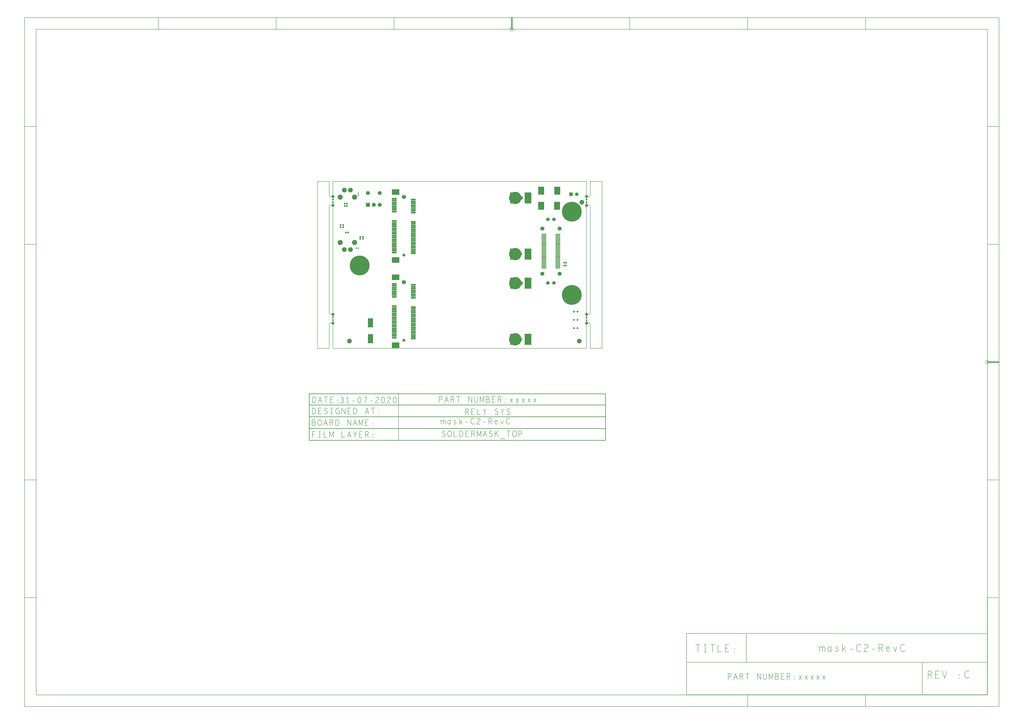
<source format=gbr>
G04 ================== begin FILE IDENTIFICATION RECORD ==================*
G04 Layout Name:  E:/Mask Board/WORK/16-05-22/mask-C2-RevC.brd*
G04 Film Name:    mask-C2-RevC_SMT.gbr*
G04 File Format:  Gerber RS274X*
G04 File Origin:  Cadence Allegro 16.6-P004*
G04 Origin Date:  Mon May 16 22:50:50 2022*
G04 *
G04 Layer:  PIN/SOLDERMASK_TOP*
G04 Layer:  PACKAGE GEOMETRY/SOLDERMASK_TOP*
G04 Layer:  DRAWING FORMAT/OUTLINE_DATA*
G04 Layer:  BOARD GEOMETRY/OUTLINE*
G04 Layer:  BOARD GEOMETRY/SOLDERMASK_TOP*
G04 *
G04 Offset:    (0.00 0.00)*
G04 Mirror:    No*
G04 Mode:      Positive*
G04 Rotation:  0*
G04 FullContactRelief:  No*
G04 UndefLineWidth:     6.00*
G04 ================== end FILE IDENTIFICATION RECORD ====================*
%FSLAX55Y55*MOIN*%
%IR0*IPPOS*OFA0.00000B0.00000*MIA0B0*SFA1.00000B1.00000*%
%ADD11C,.03*%
%ADD10C,.05*%
%ADD25C,.051*%
%ADD23R,.131X.096*%
%ADD32C,.0602*%
%ADD26C,.071*%
%ADD12C,.08*%
%ADD19R,.02X.02*%
%ADD34R,.031X.031*%
%ADD22C,.067*%
%ADD29C,.0681*%
%ADD13C,.087*%
%ADD21R,.067X.067*%
%ADD17R,.0295X.0295*%
%ADD35C,.05937*%
%ADD15C,.07874*%
%ADD33R,.05937X.05937*%
%ADD20R,.0878X.15669*%
%ADD14R,.029X.027*%
%ADD18R,.027X.029*%
%ADD24R,.084X.028*%
%ADD31R,.10441X.13591*%
%ADD16C,.3346*%
%ADD28C,.2087*%
%ADD27R,.11811X.18898*%
%ADD30R,.07992X.01693*%
%ADD36C,.01*%
%ADD37C,.01969*%
%ADD38C,.005*%
%ADD39C,.006*%
%ADD40C,.00787*%
G75*
%LPD*%
G75*
G54D10*
X0Y42472D03*
Y57472D03*
Y242472D03*
Y257472D03*
X430315Y42472D03*
Y57472D03*
Y242472D03*
Y257472D03*
G54D20*
X63600Y16114D03*
Y42886D03*
G54D11*
X0Y47472D03*
Y52472D03*
Y252472D03*
Y247472D03*
X430315Y47472D03*
Y52472D03*
Y252472D03*
Y247472D03*
G54D30*
X358089Y142047D03*
Y140079D03*
Y138110D03*
Y136142D03*
Y157795D03*
Y155827D03*
Y153858D03*
Y151890D03*
Y149921D03*
Y147953D03*
Y145984D03*
Y144016D03*
Y173543D03*
Y171575D03*
Y169606D03*
Y167638D03*
Y165669D03*
Y163701D03*
Y161732D03*
Y159764D03*
Y189291D03*
Y187323D03*
Y185354D03*
Y183386D03*
Y181417D03*
Y179449D03*
Y177480D03*
Y175512D03*
Y193228D03*
Y191260D03*
X381711Y136142D03*
Y138110D03*
Y140079D03*
Y142047D03*
Y144016D03*
Y145984D03*
Y147953D03*
Y149921D03*
Y151890D03*
Y153858D03*
Y155827D03*
Y157795D03*
Y159764D03*
Y161732D03*
Y163701D03*
Y165669D03*
Y167638D03*
Y169606D03*
Y171575D03*
Y173543D03*
Y175512D03*
Y177480D03*
Y179449D03*
Y181417D03*
Y183386D03*
Y185354D03*
Y187323D03*
Y189291D03*
Y191260D03*
Y193228D03*
G54D21*
X59311Y243340D03*
G54D12*
X19290Y167237D03*
Y268419D03*
X29650Y167237D03*
Y268419D03*
G54D40*
G01X-523241Y-423689D02*
X-503556D01*
G01X-523241Y-223689D02*
X-503556D01*
G01X-523241Y176311D02*
X-503556D01*
G01X-523241Y376311D02*
X-503556D01*
G01Y-588650D02*
Y541271D01*
G01Y-588650D02*
X1110617D01*
G01X-503556Y541271D02*
X1110617D01*
G01X-296469Y560956D02*
Y541271D01*
G01X-96469Y560956D02*
Y541271D01*
G01X103531Y560956D02*
Y541271D01*
G01X306521D02*
G03X300541I-2990J0D01*
G01D02*
G03X306521I2990J0D01*
G01X503531Y560956D02*
Y541271D01*
G01X703531Y-608335D02*
Y-588650D01*
G01Y560956D02*
Y541271D01*
G01X903531Y-608335D02*
Y-588650D01*
G01Y560956D02*
Y541271D01*
G01X1110617Y-588650D02*
Y541271D01*
G01X1130302Y-423689D02*
X1110617D01*
G01X1130302Y-223689D02*
X1110617D01*
G01X1113607Y-23689D02*
G03X1107627I-2990J0D01*
G01D02*
G03X1113607I2990J0D01*
G01X1130302Y176311D02*
X1110617D01*
G01X1130302Y376311D02*
X1110617D01*
G54D31*
X353207Y241830D03*
X353347Y267390D03*
X380373Y241830D03*
X380513Y267390D03*
G54D13*
X12400Y179368D03*
Y256288D03*
X36540Y179368D03*
Y256288D03*
G54D22*
X59311Y263340D03*
X79311Y243340D03*
X69311D03*
X79311Y263340D03*
G54D14*
X13000Y205500D03*
X17200D03*
X13000Y208900D03*
X17200D03*
X46400Y185700D03*
Y189100D03*
X51000Y185700D03*
Y189100D03*
G54D32*
X364782Y110551D03*
Y218819D03*
X375018Y110551D03*
Y218819D03*
G54D23*
X106394Y4961D03*
Y120315D03*
Y149629D03*
Y264983D03*
G54D24*
X104031Y17750D03*
Y20900D03*
Y24050D03*
Y27200D03*
Y30350D03*
Y33500D03*
Y36650D03*
Y39800D03*
Y42950D03*
Y46100D03*
Y49250D03*
Y52400D03*
Y55550D03*
Y58700D03*
Y61850D03*
Y65000D03*
Y68150D03*
Y71300D03*
Y87045D03*
Y90195D03*
Y93345D03*
Y96495D03*
Y99645D03*
Y102795D03*
Y105945D03*
Y109095D03*
Y162418D03*
Y165568D03*
Y168718D03*
Y171868D03*
Y175018D03*
Y178168D03*
Y181318D03*
Y184468D03*
Y187618D03*
Y190768D03*
Y193918D03*
Y197068D03*
Y200218D03*
Y203368D03*
Y206518D03*
Y209668D03*
Y212818D03*
Y215968D03*
Y231713D03*
Y234863D03*
Y238013D03*
Y241163D03*
Y244313D03*
Y247463D03*
Y250613D03*
Y253763D03*
X136315Y16175D03*
Y19325D03*
Y22475D03*
Y25625D03*
Y28775D03*
Y31925D03*
Y35075D03*
Y38225D03*
Y41375D03*
Y44525D03*
Y47675D03*
Y50825D03*
Y53975D03*
Y57125D03*
Y60275D03*
Y63425D03*
Y66575D03*
Y69725D03*
Y85470D03*
Y88620D03*
Y91770D03*
Y94920D03*
Y98070D03*
Y101220D03*
Y104370D03*
Y107520D03*
Y160843D03*
Y163993D03*
Y167143D03*
Y170293D03*
Y173443D03*
Y176593D03*
Y179743D03*
Y182893D03*
Y186043D03*
Y189193D03*
Y192343D03*
Y195493D03*
Y198643D03*
Y201793D03*
Y204943D03*
Y208093D03*
Y211243D03*
Y214393D03*
Y230138D03*
Y233288D03*
Y236438D03*
Y239588D03*
Y242738D03*
Y245888D03*
Y249038D03*
Y252188D03*
G54D33*
X403930Y261276D03*
G54D15*
X28000Y12150D03*
X418000D03*
X422290Y247680D03*
G54D16*
X45320Y140450D03*
X405319Y90300D03*
Y231535D03*
G54D34*
X409047Y34000D03*
X414953D03*
X409047Y62000D03*
X414953D03*
X409047Y48000D03*
X414953D03*
G54D25*
X120173Y13419D03*
Y158087D03*
X318598Y14994D03*
Y159662D03*
G54D35*
X413772Y261276D03*
G54D17*
X25670Y196500D03*
X22130D03*
G54D26*
X120173Y111851D03*
Y256519D03*
X318598Y110276D03*
Y254944D03*
G54D36*
G01X-40415Y-77276D02*
Y-156476D01*
G01D02*
X387485D01*
G01X-40415Y-136476D02*
X462185D01*
G01X-40415Y-116476D02*
X462185D01*
G01X-40415Y-96476D02*
X462185D01*
G01Y-77276D02*
X-40415D01*
G01X387485Y-156476D02*
X462185D01*
G01D02*
Y-77276D01*
G54D27*
X306197Y14994D03*
Y110269D03*
Y159662D03*
Y254937D03*
X331000Y14994D03*
Y110269D03*
Y159662D03*
Y254937D03*
G54D18*
X23500Y245427D03*
X20100D03*
X23500Y241427D03*
X20100D03*
X395700Y140500D03*
X392300D03*
X395700Y145000D03*
X392300D03*
G54D37*
G01X303531Y560956D02*
Y541271D01*
G01X1130302Y-23689D02*
X1110617D01*
G54D28*
X309346Y15000D03*
Y110275D03*
Y159668D03*
Y254943D03*
G54D19*
X43079Y169764D03*
X39579D03*
X43120Y263030D03*
Y259530D03*
G54D38*
G01X-6200Y-275D02*
X-26200D01*
Y283133D01*
X-6200D01*
G01Y39972D02*
Y-275D01*
G01X0Y39972D02*
Y29972D01*
G01X-6200Y39972D02*
G02X0I3100J0D01*
G01Y59972D02*
G02X-6200I-3100J0D01*
G01X0D02*
Y69972D01*
G01X-6200Y59972D02*
Y229972D01*
G01X0Y239972D02*
Y229972D01*
G01X-6200Y239972D02*
Y229972D01*
G01Y239972D02*
G02X0I3100J0D01*
G01Y259972D02*
G02X-6200I-3100J0D01*
G01X0D02*
Y269972D01*
G01X-6200Y259972D02*
Y283133D01*
G01X430315Y39972D02*
Y29972D01*
G01Y39972D02*
G02X436515I3100J0D01*
G01Y59972D02*
G02X430315I-3100J0D01*
G01D02*
Y69972D01*
G01Y239972D02*
Y229972D01*
G01Y239972D02*
G02X436515I3100J0D01*
G01Y259972D02*
G02X430315I-3100J0D01*
G01D02*
Y269972D01*
G01X436515Y283133D02*
X456515D01*
Y-275D01*
X436515D01*
G01Y39972D02*
Y-275D01*
G01Y59972D02*
Y69972D01*
G01Y239972D02*
Y69972D01*
G01Y259972D02*
Y283133D01*
G54D29*
X355235Y126299D03*
Y203071D03*
X384565Y126299D03*
Y203071D03*
G54D39*
G01X-523241Y-608335D02*
Y560956D01*
G01Y-608335D02*
X1130302D01*
G01X-523241Y560956D02*
X1130302D01*
G01X-34740Y-151376D02*
Y-141376D01*
G01X-31740Y-146209D02*
X-34740D01*
G01Y-141376D02*
X-29990D01*
G01X-31515Y-125977D02*
X-35390D01*
G01Y-131310D02*
X-31265D01*
G01X-35390Y-121310D02*
Y-131310D01*
G01X-32015Y-121310D02*
X-35390D01*
G01X-32415Y-101776D02*
X-31415Y-102276D01*
G01X-34915Y-101776D02*
X-32415D01*
G01Y-111776D02*
X-34915D01*
G01X-31415Y-111276D02*
X-32415Y-111776D01*
G01X-34915D02*
Y-101776D01*
G01X-32215Y-92576D02*
X-34715D01*
G01X-31215Y-92076D02*
X-32215Y-92576D01*
G01X-34715D02*
Y-82576D01*
G01X-32215D02*
X-31215Y-83076D01*
G01X-34715Y-82576D02*
X-32215D01*
G01X-23865Y-151376D02*
X-20865D01*
G01X-22365Y-141376D02*
Y-151376D01*
G01X-23865Y-141376D02*
X-20865D01*
G01X-21515Y-131143D02*
X-22515Y-131310D01*
G01X-20640Y-130477D02*
X-21515Y-131143D01*
G01X-19890Y-129477D02*
X-20640Y-130477D01*
G01X-19390Y-128310D02*
X-19890Y-129477D01*
G01X-19140Y-126977D02*
X-19390Y-128310D01*
G01X-19140Y-125643D02*
Y-126977D01*
G01X-19390Y-124310D02*
X-19140Y-125643D01*
G01X-19890Y-123143D02*
X-19390Y-124310D01*
G01X-20640Y-122143D02*
X-19890Y-123143D01*
G01X-21515Y-121477D02*
X-20640Y-122143D01*
G01X-22515Y-121310D02*
X-21515Y-121477D01*
G01X-23515D02*
X-22515Y-121310D01*
G01X-24390Y-122143D02*
X-23515Y-121477D01*
G01X-25140Y-123143D02*
X-24390Y-122143D01*
G01X-25640Y-124310D02*
X-25140Y-123143D01*
G01X-25890Y-125643D02*
X-25640Y-124310D01*
G01X-25890Y-126977D02*
Y-125643D01*
G01X-25640Y-128310D02*
X-25890Y-126977D01*
G01X-25140Y-129477D02*
X-25640Y-128310D01*
G01X-24390Y-130477D02*
X-25140Y-129477D01*
G01X-23515Y-131143D02*
X-24390Y-130477D01*
G01X-22515Y-131310D02*
X-23515Y-131143D01*
G01X-30640Y-126310D02*
X-31515Y-125977D01*
G01X-29890Y-127310D02*
X-30640Y-126310D01*
G01X-29640Y-128477D02*
X-29890Y-127310D01*
G01Y-129643D02*
X-29640Y-128477D01*
G01X-30390Y-130643D02*
X-29890Y-129643D01*
G01X-31265Y-131310D02*
X-30390Y-130643D01*
G01X-31140Y-121810D02*
X-32015Y-121310D01*
G01X-30640Y-122477D02*
X-31140Y-121810D01*
G01X-30390Y-123477D02*
X-30640Y-122477D01*
G01Y-124644D02*
X-30390Y-123477D01*
G01X-31015Y-125477D02*
X-30640Y-124644D01*
G01X-31515Y-125977D02*
X-31015Y-125477D01*
G01X-24665Y-101776D02*
X-19665D01*
G01X-21665Y-106609D02*
X-24665D01*
G01Y-111776D02*
Y-101776D01*
G01X-19665Y-111776D02*
X-24665D01*
G01X-30665Y-110610D02*
X-31415Y-111276D01*
G01X-30040Y-109609D02*
X-30665Y-110610D01*
G01X-29540Y-108443D02*
X-30040Y-109609D01*
G01X-29415Y-106776D02*
X-29540Y-108443D01*
G01Y-105110D02*
X-29415Y-106776D01*
G01X-30040Y-103943D02*
X-29540Y-105110D01*
G01X-30665Y-102943D02*
X-30040Y-103943D01*
G01X-31415Y-102276D02*
X-30665Y-102943D01*
G01X-19965Y-89076D02*
X-23965D01*
G01X-21965Y-82576D02*
X-18840Y-92576D01*
G01X-25090D02*
X-21965Y-82576D01*
G01X-29340Y-85910D02*
X-29215Y-87576D01*
G01X-29840Y-84743D02*
X-29340Y-85910D01*
G01X-30465Y-83743D02*
X-29840Y-84743D01*
G01X-31215Y-83076D02*
X-30465Y-83743D01*
G01Y-91410D02*
X-31215Y-92076D01*
G01X-29840Y-90409D02*
X-30465Y-91410D01*
G01X-29340Y-89243D02*
X-29840Y-90409D01*
G01X-29215Y-87576D02*
X-29340Y-89243D01*
G01X-2365Y-149709D02*
X885Y-141376D01*
G01X-5615D02*
X-2365Y-149709D01*
G01X-5615Y-151376D02*
Y-141376D01*
G01X-14865Y-151376D02*
X-9865D01*
G01X-14865Y-141376D02*
Y-151376D01*
G01X-1890Y-126477D02*
X-15Y-131310D01*
G01X-1890Y-126477D02*
X-5015D01*
G01X-1015Y-125977D02*
X-1890Y-126477D01*
G01X-265Y-125143D02*
X-1015Y-125977D01*
G01X-15Y-123810D02*
X-265Y-125143D01*
G01Y-122477D02*
X-15Y-123810D01*
G01X-890Y-121810D02*
X-265Y-122477D01*
G01X-1890Y-121310D02*
X-890Y-121810D01*
G01X-5015Y-121310D02*
X-1890D01*
G01X-5015Y-131310D02*
Y-121310D01*
G01X-12515D02*
X-9390Y-131310D01*
G01X-10515Y-127810D02*
X-14515D01*
G01X-15640Y-131310D02*
X-12515Y-121310D01*
G01X-3665Y-101776D02*
X-665D01*
G01X-11665D02*
X-10790Y-102109D01*
G01X-12540Y-101776D02*
X-11665D01*
G01X-3665Y-111776D02*
X-665D01*
G01X-2165Y-101776D02*
Y-111776D01*
G01X-10790Y-102109D02*
X-10040Y-102943D01*
G01X-11540Y-106443D02*
X-13040Y-106109D01*
G01X-10415Y-107109D02*
X-11540Y-106443D01*
G01X-9790Y-108110D02*
X-10415Y-107109D01*
G01X-9540Y-109276D02*
X-9790Y-108110D01*
G01X-9915Y-110443D02*
X-9540Y-109276D01*
G01X-10665Y-111276D02*
X-9915Y-110443D01*
G01X-11665Y-111776D02*
X-10665Y-111276D01*
G01X-12665Y-111776D02*
X-11665D01*
G01X-13415Y-102276D02*
X-12540Y-101776D01*
G01X-14040Y-103109D02*
X-13415Y-102276D01*
G01X-14290Y-104276D02*
X-14040Y-103109D01*
G01X-13915Y-105443D02*
X-14290Y-104276D01*
G01X-13040Y-106109D02*
X-13915Y-105443D01*
G01X-13790Y-111276D02*
X-12665Y-111776D01*
G01X-14790Y-110443D02*
X-13790Y-111276D01*
G01X-1465Y-87409D02*
X-4465D01*
G01Y-92576D02*
Y-82576D01*
G01X535Y-92576D02*
X-4465D01*
G01X-11965Y-82576D02*
Y-92576D01*
G01X-4465Y-82576D02*
X535D01*
G01X-14840D02*
X-9090D01*
G01X430315Y-275D02*
Y283133D01*
X0D01*
Y-275D01*
X430315D01*
G01X15135Y-151376D02*
X20135D01*
G01X15135Y-141376D02*
Y-151376D01*
G01X885Y-141376D02*
Y-151376D01*
G01X7235Y-131310D02*
X4735D01*
G01X8235Y-130810D02*
X7235Y-131310D01*
G01X8985Y-130144D02*
X8235Y-130810D01*
G01X9610Y-129143D02*
X8985Y-130144D01*
G01X10110Y-127977D02*
X9610Y-129143D01*
G01X10235Y-126310D02*
X10110Y-127977D01*
G01Y-124644D02*
X10235Y-126310D01*
G01X9610Y-123477D02*
X10110Y-124644D01*
G01X8985Y-122477D02*
X9610Y-123477D01*
G01X8235Y-121810D02*
X8985Y-122477D01*
G01X7235Y-121310D02*
X8235Y-121810D01*
G01X4735Y-121310D02*
X7235D01*
G01X4735Y-131310D02*
Y-121310D01*
G01X8710Y-101776D02*
X9710Y-102109D01*
G01X7835Y-101776D02*
X8710D01*
G01X6835Y-102276D02*
X7835Y-101776D01*
G01X14960D02*
X20710Y-111776D01*
G01X14960D02*
Y-101776D01*
G01X9710Y-102109D02*
X10460Y-102776D01*
G01X6085Y-102943D02*
X6835Y-102276D01*
G01X5335Y-103943D02*
X6085Y-102943D01*
G01X4835Y-105110D02*
X5335Y-103943D01*
G01X4585Y-106109D02*
X4835Y-105110D01*
G01X4585Y-107276D02*
Y-106109D01*
G01X4835Y-108609D02*
X4585Y-107276D01*
G01X5335Y-109776D02*
X4835Y-108609D01*
G01X6085Y-110776D02*
X5335Y-109776D01*
G01X6960Y-111443D02*
X6085Y-110776D01*
G01X8210Y-111776D02*
X6960Y-111443D01*
G01X9460D02*
X8210Y-111776D01*
G01X10335Y-110776D02*
X9460Y-111443D01*
G01X11085Y-109776D02*
X10335Y-110776D01*
G01X11085Y-106776D02*
Y-109776D01*
G01X8585Y-106776D02*
X11085D01*
G01X12200Y-91000D02*
X12950Y-92167D01*
X13950Y-92833D01*
X15075Y-93000D01*
X16075Y-92833D01*
X17075Y-92000D01*
X17700Y-91000D01*
X17825Y-90000D01*
X17575Y-88834D01*
X16700Y-88000D01*
X15825Y-87667D01*
X14700D01*
G01X15825D02*
X16575Y-87167D01*
X17200Y-86334D01*
X17450Y-85333D01*
X17200Y-84333D01*
X16575Y-83500D01*
X15450Y-83000D01*
X14325Y-83167D01*
X13200Y-83833D01*
G01X24950Y-93000D02*
Y-83000D01*
X23450Y-85000D01*
G01Y-93000D02*
X26450D01*
G01X33325Y-89667D02*
X36575D01*
G01X44950Y-83000D02*
X43950Y-83333D01*
X43200Y-84167D01*
X42700Y-85167D01*
X42325Y-86500D01*
X42200Y-88000D01*
X42325Y-89500D01*
X42700Y-90833D01*
X43200Y-91834D01*
X43950Y-92667D01*
X44950Y-93000D01*
X45950Y-92667D01*
X46700Y-91834D01*
X47200Y-90833D01*
X47575Y-89500D01*
X47700Y-88000D01*
X47575Y-86500D01*
X47200Y-85167D01*
X46700Y-84167D01*
X45950Y-83333D01*
X44950Y-83000D01*
G01X54700Y-93000D02*
X54950Y-90833D01*
X55325Y-89000D01*
X55825Y-87333D01*
X56450Y-85500D01*
X57450Y-83000D01*
X52450D01*
G01X63325Y-89667D02*
X66575D01*
G01X72575Y-84667D02*
X73325Y-83667D01*
X74200Y-83167D01*
X75200Y-83000D01*
X76450Y-83333D01*
X77325Y-84167D01*
X77575Y-85167D01*
X77450Y-86167D01*
X76950Y-87000D01*
X74450Y-88667D01*
X73325Y-89833D01*
X72575Y-91500D01*
X72325Y-93000D01*
X77575D01*
G01X84950Y-83000D02*
X83950Y-83333D01*
X83200Y-84167D01*
X82700Y-85167D01*
X82325Y-86500D01*
X82200Y-88000D01*
X82325Y-89500D01*
X82700Y-90833D01*
X83200Y-91834D01*
X83950Y-92667D01*
X84950Y-93000D01*
X85950Y-92667D01*
X86700Y-91834D01*
X87200Y-90833D01*
X87575Y-89500D01*
X87700Y-88000D01*
X87575Y-86500D01*
X87200Y-85167D01*
X86700Y-84167D01*
X85950Y-83333D01*
X84950Y-83000D01*
G01X92575Y-84667D02*
X93325Y-83667D01*
X94200Y-83167D01*
X95200Y-83000D01*
X96450Y-83333D01*
X97325Y-84167D01*
X97575Y-85167D01*
X97450Y-86167D01*
X96950Y-87000D01*
X94450Y-88667D01*
X93325Y-89833D01*
X92575Y-91500D01*
X92325Y-93000D01*
X97575D01*
G01X104950Y-83000D02*
X103950Y-83333D01*
X103200Y-84167D01*
X102700Y-85167D01*
X102325Y-86500D01*
X102200Y-88000D01*
X102325Y-89500D01*
X102700Y-90833D01*
X103200Y-91834D01*
X103950Y-92667D01*
X104950Y-93000D01*
X105950Y-92667D01*
X106700Y-91834D01*
X107200Y-90833D01*
X107575Y-89500D01*
X107700Y-88000D01*
X107575Y-86500D01*
X107200Y-85167D01*
X106700Y-84167D01*
X105950Y-83333D01*
X104950Y-83000D01*
G01X8285Y-88243D02*
X8035Y-88410D01*
G01X8285Y-87909D02*
Y-88243D01*
G01X8035Y-87743D02*
X8285Y-87909D01*
G01X7785D02*
X8035Y-87743D01*
G01X7785Y-88243D02*
Y-87909D01*
G01X8035Y-88410D02*
X7785Y-88243D01*
G01X8285Y-92743D02*
X8035Y-92909D01*
G01X8285Y-92409D02*
Y-92743D01*
G01X8035Y-92243D02*
X8285Y-92409D01*
G01X7785D02*
X8035Y-92243D01*
G01X7785Y-92743D02*
Y-92409D01*
G01X8035Y-92909D02*
X7785Y-92743D01*
G01X29635Y-147876D02*
X25635D01*
G01X27635Y-141376D02*
X30760Y-151376D01*
G01X24510D02*
X27635Y-141376D01*
G01X30360Y-131310D02*
Y-121310D01*
G01X24610D02*
X30360Y-131310D01*
G01X24610D02*
Y-121310D01*
G01X25335Y-101776D02*
X30335D01*
G01X28335Y-106609D02*
X25335D01*
G01Y-111776D02*
Y-101776D01*
G01X30335Y-111776D02*
X25335D01*
G01X20710D02*
Y-101776D01*
G01X45135Y-151376D02*
Y-141376D01*
G01X50135Y-151376D02*
X45135D01*
G01X37635D02*
Y-146876D01*
G01X48135Y-146209D02*
X45135D01*
G01Y-141376D02*
X50135D01*
G01X40135D02*
X37635Y-146876D01*
G01D02*
X35135Y-141376D01*
G01X47485Y-129643D02*
X50735Y-121310D01*
G01X44235D02*
X47485Y-129643D01*
G01X44235Y-131310D02*
Y-121310D01*
G01X39485Y-127810D02*
X35485D01*
G01X37485Y-121310D02*
X40610Y-131310D01*
G01X34360D02*
X37485Y-121310D01*
G01X37585Y-101776D02*
X38585Y-102276D01*
G01Y-111276D02*
X37585Y-111776D01*
G01X39335Y-110610D02*
X38585Y-111276D01*
G01X39960Y-109609D02*
X39335Y-110610D01*
G01X40460Y-108443D02*
X39960Y-109609D01*
G01X40585Y-106776D02*
X40460Y-108443D01*
G01Y-105110D02*
X40585Y-106776D01*
G01X39960Y-103943D02*
X40460Y-105110D01*
G01X39335Y-102943D02*
X39960Y-103943D01*
G01X38585Y-102276D02*
X39335Y-102943D01*
G01X35085Y-101776D02*
X37585D01*
G01Y-111776D02*
X35085D01*
G01D02*
Y-101776D01*
G01X58260Y-146543D02*
X60135Y-151376D01*
G01X55135D02*
Y-141376D01*
G01X58260Y-146543D02*
X55135D01*
G01X59135Y-146043D02*
X58260Y-146543D01*
G01X59885Y-145209D02*
X59135Y-146043D01*
G01X60135Y-143876D02*
X59885Y-145209D01*
G01Y-142543D02*
X60135Y-143876D01*
G01X59260Y-141876D02*
X59885Y-142543D01*
G01X58260Y-141376D02*
X59260Y-141876D01*
G01X55135Y-141376D02*
X58260D01*
G01X57985Y-126143D02*
X54985D01*
G01Y-121310D02*
X59985D01*
G01X54985Y-131310D02*
Y-121310D01*
G01X59985Y-131310D02*
X54985D01*
G01X50735Y-121310D02*
Y-131310D01*
G01X59835Y-108276D02*
X55835D01*
G01X57835Y-101776D02*
X60960Y-111776D01*
G01X54710D02*
X57835Y-101776D01*
G01X67885Y-151543D02*
X67635Y-151709D01*
G01X67885Y-151209D02*
Y-151543D01*
G01X67635Y-151043D02*
X67885Y-151209D01*
G01X67385D02*
X67635Y-151043D01*
G01X67385Y-151543D02*
Y-151209D01*
G01X67635Y-151709D02*
X67385Y-151543D01*
G01X67885Y-147043D02*
X67635Y-147210D01*
G01X67885Y-146709D02*
Y-147043D01*
G01X67635Y-146543D02*
X67885Y-146709D01*
G01X67385D02*
X67635Y-146543D01*
G01X67385Y-147043D02*
Y-146709D01*
G01X67635Y-147210D02*
X67385Y-147043D01*
G01X67735Y-126977D02*
X67485Y-127144D01*
G01X67735Y-126643D02*
Y-126977D01*
G01X67485Y-126477D02*
X67735Y-126643D01*
G01Y-131477D02*
X67485Y-131643D01*
G01X67735Y-131143D02*
Y-131477D01*
G01X67485Y-130977D02*
X67735Y-131143D01*
G01X67235Y-126643D02*
X67485Y-126477D01*
G01X67235Y-126977D02*
Y-126643D01*
G01X67485Y-127144D02*
X67235Y-126977D01*
G01Y-131143D02*
X67485Y-130977D01*
G01X67235Y-131477D02*
Y-131143D01*
G01X67485Y-131643D02*
X67235Y-131477D01*
G01X78085Y-107443D02*
X77835Y-107610D01*
G01X78085Y-107109D02*
Y-107443D01*
G01X77835Y-106943D02*
X78085Y-107109D01*
G01X77585D02*
X77835Y-106943D01*
G01X77585Y-107443D02*
Y-107109D01*
G01X77835Y-107610D02*
X77585Y-107443D01*
G01X78085Y-111943D02*
X77835Y-112109D01*
G01X78085Y-111609D02*
Y-111943D01*
G01X77835Y-111443D02*
X78085Y-111609D01*
G01X77585D02*
X77835Y-111443D01*
G01X77585Y-111943D02*
Y-111609D01*
G01X77835Y-112109D02*
X77585Y-111943D01*
G01X67835Y-101776D02*
Y-111776D01*
G01X64960Y-101776D02*
X70710D01*
G01X111485Y-77697D02*
Y-155856D01*
G01X185250Y-148942D02*
X186250Y-149775D01*
X187375Y-150275D01*
X188375D01*
X189375Y-149775D01*
X190125Y-148942D01*
X190500Y-147775D01*
X190250Y-146609D01*
X189625Y-145608D01*
X188500Y-144942D01*
X187000Y-144608D01*
X186125Y-143942D01*
X185750Y-142775D01*
X186000Y-141608D01*
X186625Y-140775D01*
X187500Y-140275D01*
X188375D01*
X189250Y-140608D01*
X190000Y-141442D01*
G01X197875Y-150275D02*
X196875Y-150108D01*
X196000Y-149442D01*
X195250Y-148442D01*
X194750Y-147275D01*
X194500Y-145942D01*
Y-144608D01*
X194750Y-143275D01*
X195250Y-142108D01*
X196000Y-141108D01*
X196875Y-140442D01*
X197875Y-140275D01*
X198875Y-140442D01*
X199750Y-141108D01*
X200500Y-142108D01*
X201000Y-143275D01*
X201250Y-144608D01*
Y-145942D01*
X201000Y-147275D01*
X200500Y-148442D01*
X199750Y-149442D01*
X198875Y-150108D01*
X197875Y-150275D01*
G01X205375Y-140275D02*
Y-150275D01*
X210375D01*
G01X215125D02*
Y-140275D01*
X217625D01*
X218625Y-140775D01*
X219375Y-141442D01*
X220000Y-142442D01*
X220500Y-143609D01*
X220625Y-145275D01*
X220500Y-146942D01*
X220000Y-148108D01*
X219375Y-149109D01*
X218625Y-149775D01*
X217625Y-150275D01*
X215125D01*
G01X230375D02*
X225375D01*
Y-140275D01*
X230375D01*
G01X228375Y-145108D02*
X225375D01*
G01X235375Y-150275D02*
Y-140275D01*
X238500D01*
X239500Y-140775D01*
X240125Y-141442D01*
X240375Y-142775D01*
X240125Y-144108D01*
X239375Y-144942D01*
X238500Y-145442D01*
X235375D01*
G01X238500D02*
X240375Y-150275D01*
G01X244625D02*
Y-140275D01*
X247875Y-148608D01*
X251125Y-140275D01*
Y-150275D01*
G01X254750D02*
X257875Y-140275D01*
X261000Y-150275D01*
G01X259875Y-146775D02*
X255875D01*
G01X265250Y-148942D02*
X266250Y-149775D01*
X267375Y-150275D01*
X268375D01*
X269375Y-149775D01*
X270125Y-148942D01*
X270500Y-147775D01*
X270250Y-146609D01*
X269625Y-145608D01*
X268500Y-144942D01*
X267000Y-144608D01*
X266125Y-143942D01*
X265750Y-142775D01*
X266000Y-141608D01*
X266625Y-140775D01*
X267500Y-140275D01*
X268375D01*
X269250Y-140608D01*
X270000Y-141442D01*
G01X275125Y-150275D02*
Y-140275D01*
G01X279875D02*
X275125Y-146442D01*
G01X280625Y-150275D02*
X277250Y-143609D01*
G01X284125Y-153608D02*
X291625D01*
G01X297875Y-140275D02*
Y-150275D01*
G01X295000Y-140275D02*
X300750D01*
G01X307875Y-150275D02*
X306875Y-150108D01*
X306000Y-149442D01*
X305250Y-148442D01*
X304750Y-147275D01*
X304500Y-145942D01*
Y-144608D01*
X304750Y-143275D01*
X305250Y-142108D01*
X306000Y-141108D01*
X306875Y-140442D01*
X307875Y-140275D01*
X308875Y-140442D01*
X309750Y-141108D01*
X310500Y-142108D01*
X311000Y-143275D01*
X311250Y-144608D01*
Y-145942D01*
X311000Y-147275D01*
X310500Y-148442D01*
X309750Y-149442D01*
X308875Y-150108D01*
X307875Y-150275D01*
G01X315375D02*
Y-140275D01*
X318375D01*
X319375Y-140775D01*
X320125Y-141942D01*
X320375Y-143275D01*
X320125Y-144608D01*
X319500Y-145608D01*
X318375Y-146109D01*
X315375D01*
G01X183240Y-129040D02*
Y-122374D01*
G01Y-124207D02*
X183615Y-123373D01*
X184240Y-122707D01*
X185115Y-122374D01*
X185990Y-122707D01*
X186615Y-123373D01*
X186990Y-124207D01*
Y-129040D01*
G01Y-124207D02*
X187365Y-123373D01*
X187990Y-122707D01*
X188865Y-122374D01*
X189740Y-122707D01*
X190365Y-123373D01*
X190740Y-124373D01*
Y-129040D01*
G01X199240D02*
Y-122374D01*
G01Y-123540D02*
X198740Y-122873D01*
X197990Y-122540D01*
X197115Y-122374D01*
X196240Y-122707D01*
X195490Y-123373D01*
X194990Y-124373D01*
X194740Y-125707D01*
X194990Y-127040D01*
X195490Y-128040D01*
X196240Y-128707D01*
X197115Y-129040D01*
X197990Y-128873D01*
X198740Y-128373D01*
X199240Y-127707D01*
G01X205115Y-127874D02*
X205740Y-128540D01*
X206615Y-129040D01*
X207365D01*
X208115Y-128707D01*
X208615Y-128207D01*
X208865Y-127540D01*
X208740Y-126540D01*
X208240Y-126040D01*
X205990Y-125040D01*
X205490Y-123873D01*
X205740Y-123040D01*
X206240Y-122540D01*
X206990Y-122374D01*
X207740Y-122540D01*
X208490Y-123040D01*
G01X214865Y-129040D02*
Y-119040D01*
G01X218865Y-122374D02*
X214865Y-126207D01*
G01X216490Y-124707D02*
X219115Y-129040D01*
G01X225365Y-125707D02*
X228615D01*
G01X239740Y-119873D02*
X238990Y-119373D01*
X238115Y-119040D01*
X237115D01*
X235990Y-119540D01*
X235115Y-120373D01*
X234490Y-121373D01*
X233990Y-123040D01*
X233865Y-124540D01*
X234115Y-126040D01*
X234490Y-127040D01*
X235240Y-128040D01*
X236115Y-128707D01*
X236990Y-129040D01*
X237865D01*
X238740Y-128707D01*
X239490Y-128207D01*
X240115Y-127540D01*
G01X244615Y-120707D02*
X245365Y-119707D01*
X246240Y-119207D01*
X247240Y-119040D01*
X248490Y-119373D01*
X249365Y-120207D01*
X249615Y-121207D01*
X249490Y-122207D01*
X248990Y-123040D01*
X246490Y-124707D01*
X245365Y-125873D01*
X244615Y-127540D01*
X244365Y-129040D01*
X249615D01*
G01X255365Y-125707D02*
X258615D01*
G01X264490Y-129040D02*
Y-119040D01*
X267615D01*
X268615Y-119540D01*
X269240Y-120207D01*
X269490Y-121540D01*
X269240Y-122873D01*
X268490Y-123707D01*
X267615Y-124207D01*
X264490D01*
G01X267615D02*
X269490Y-129040D01*
G01X275115Y-124540D02*
X279115D01*
X278740Y-123373D01*
X278115Y-122707D01*
X277240Y-122374D01*
X276365Y-122540D01*
X275615Y-123040D01*
X275115Y-124207D01*
X274865Y-125207D01*
Y-126207D01*
X275115Y-127207D01*
X275740Y-128207D01*
X276490Y-128873D01*
X277365Y-129040D01*
X278240Y-128707D01*
X279115Y-127707D01*
G01X284740Y-122374D02*
X286990Y-129040D01*
X289240Y-122374D01*
G01X299740Y-119873D02*
X298990Y-119373D01*
X298115Y-119040D01*
X297115D01*
X295990Y-119540D01*
X295115Y-120373D01*
X294490Y-121373D01*
X293990Y-123040D01*
X293865Y-124540D01*
X294115Y-126040D01*
X294490Y-127040D01*
X295240Y-128040D01*
X296115Y-128707D01*
X296990Y-129040D01*
X297865D01*
X298740Y-128707D01*
X299490Y-128207D01*
X300115Y-127540D01*
G01X185385Y-84910D02*
X185135Y-86243D01*
G01Y-83577D02*
X185385Y-84910D01*
G01X184385Y-82410D02*
X185135Y-83577D01*
G01X194885Y-88410D02*
X190885D01*
G01X189760Y-91910D02*
X192885Y-81910D01*
G01X183385Y-87744D02*
X180385D01*
G01X184510Y-87243D02*
X183385Y-87744D01*
G01X185135Y-86243D02*
X184510Y-87243D01*
G01X180385Y-91910D02*
Y-81910D01*
G01X183385D02*
X184385Y-82410D01*
G01X180385Y-81910D02*
X183385D01*
G01X192885D02*
X196010Y-91910D01*
G01X205135Y-85743D02*
X204385Y-86577D01*
G01X205385Y-84410D02*
X205135Y-85743D01*
G01Y-83077D02*
X205385Y-84410D01*
G01X203510Y-87077D02*
X205385Y-91910D01*
G01X203510Y-87077D02*
X200385D01*
G01X204385Y-86577D02*
X203510Y-87077D01*
G01X200385Y-91910D02*
Y-81910D01*
G01X204510Y-82410D02*
X205135Y-83077D01*
G01X203510Y-81910D02*
X204510Y-82410D01*
G01X200385Y-81910D02*
X203510D01*
G01X228260Y-108143D02*
X225135D01*
G01Y-102976D02*
X228260D01*
G01X225135Y-112976D02*
Y-102976D01*
G01X212885Y-81910D02*
Y-91910D01*
G01X210010Y-81910D02*
X215760D01*
G01X238135Y-107809D02*
X235135D01*
G01Y-102976D02*
X240135D01*
G01X235135Y-112976D02*
Y-102976D01*
G01X240135Y-112976D02*
X235135D01*
G01X229885Y-106809D02*
X229135Y-107643D01*
G01X230135Y-105476D02*
X229885Y-106809D01*
G01Y-104143D02*
X230135Y-105476D01*
G01X229260Y-103476D02*
X229885Y-104143D01*
G01X228260Y-108143D02*
X230135Y-112976D01*
G01X229135Y-107643D02*
X228260Y-108143D01*
G01Y-102976D02*
X229260Y-103476D01*
G01X240635Y-90577D02*
X241635Y-91577D01*
G01X240135Y-89077D02*
X240635Y-90577D01*
G01X240135Y-81910D02*
Y-89077D01*
G01X235760Y-91910D02*
Y-81910D01*
G01X230010D02*
X235760Y-91910D01*
G01X230010D02*
Y-81910D01*
G01X260135Y-102976D02*
X257635Y-108476D01*
G01D02*
X255135Y-102976D01*
G01X257635Y-112976D02*
Y-108476D01*
G01X245135Y-112976D02*
X250135D01*
G01X245135Y-102976D02*
Y-112976D01*
G01X256135Y-81910D02*
Y-91910D01*
G01X252885Y-90243D02*
X256135Y-81910D01*
G01X249635D02*
X252885Y-90243D01*
G01X249635Y-91910D02*
Y-81910D01*
G01X245635Y-89077D02*
Y-81910D01*
G01X245135Y-90577D02*
X245635Y-89077D01*
G01X244135Y-91577D02*
X245135Y-90577D01*
G01X242885Y-91910D02*
X244135Y-91577D01*
G01X241635D02*
X242885Y-91910D01*
G01X265010Y-84077D02*
X264760Y-83077D01*
G01Y-85244D02*
X265010Y-84077D01*
G01X264385Y-86077D02*
X264760Y-85244D01*
G01X263885Y-86577D02*
X264385Y-86077D01*
G01X273385Y-86743D02*
X270385D01*
G01Y-91910D02*
Y-81910D01*
G01X275385Y-91910D02*
X270385D01*
G01X264760Y-86910D02*
X263885Y-86577D01*
G01X265510Y-87910D02*
X264760Y-86910D01*
G01X265760Y-89077D02*
X265510Y-87910D01*
G01Y-90243D02*
X265760Y-89077D01*
G01X265010Y-91243D02*
X265510Y-90243D01*
G01X264135Y-91910D02*
X265010Y-91243D01*
G01X263885Y-86577D02*
X260010D01*
G01Y-91910D02*
X264135D01*
G01X260010Y-81910D02*
Y-91910D01*
G01X270385Y-81910D02*
X275385D01*
G01X264260Y-82410D02*
X263385Y-81910D01*
G01X264760Y-83077D02*
X264260Y-82410D01*
G01X263385Y-81910D02*
X260010D01*
G01X290135Y-102976D02*
X287635Y-108476D01*
G01D02*
X285135Y-102976D01*
G01X287635Y-112976D02*
Y-108476D01*
G01X279010Y-103309D02*
X279760Y-104143D01*
G01X278135Y-102976D02*
X279010Y-103309D01*
G01X277260Y-102976D02*
X278135D01*
G01X278260Y-107643D02*
X276760Y-107309D01*
G01X279385Y-108309D02*
X278260Y-107643D01*
G01X280010Y-109310D02*
X279385Y-108309D01*
G01X280260Y-110476D02*
X280010Y-109310D01*
G01X279885Y-111643D02*
X280260Y-110476D01*
G01X279135Y-112476D02*
X279885Y-111643D01*
G01X278135Y-112976D02*
X279135Y-112476D01*
G01X277135Y-112976D02*
X278135D01*
G01X276385Y-103476D02*
X277260Y-102976D01*
G01X275760Y-104309D02*
X276385Y-103476D01*
G01X275510Y-105476D02*
X275760Y-104309D01*
G01X275885Y-106643D02*
X275510Y-105476D01*
G01X276760Y-107309D02*
X275885Y-106643D01*
G01X276010Y-112476D02*
X277135Y-112976D01*
G01X275010Y-111643D02*
X276010Y-112476D01*
G01X285135Y-85743D02*
X284385Y-86577D01*
G01X285385Y-84410D02*
X285135Y-85743D01*
G01Y-83077D02*
X285385Y-84410D01*
G01X283510Y-87077D02*
X285385Y-91910D01*
G01X283510Y-87077D02*
X280385D01*
G01X284385Y-86577D02*
X283510Y-87077D01*
G01X280385Y-91910D02*
Y-81910D01*
G01X284510Y-82410D02*
X285135Y-83077D01*
G01X283510Y-81910D02*
X284510Y-82410D01*
G01X280385Y-81910D02*
X283510D01*
G01X299010Y-103309D02*
X299760Y-104143D01*
G01X298135Y-102976D02*
X299010Y-103309D01*
G01X297260Y-102976D02*
X298135D01*
G01X296385Y-103476D02*
X297260Y-102976D01*
G01X295760Y-104309D02*
X296385Y-103476D01*
G01X295510Y-105476D02*
X295760Y-104309D01*
G01X295885Y-106643D02*
X295510Y-105476D01*
G01X296760Y-107309D02*
X295885Y-106643D01*
G01X298260Y-107643D02*
X296760Y-107309D01*
G01X299385Y-108309D02*
X298260Y-107643D01*
G01X300010Y-109310D02*
X299385Y-108309D01*
G01X300260Y-110476D02*
X300010Y-109310D01*
G01X299885Y-111643D02*
X300260Y-110476D01*
G01X299135Y-112476D02*
X299885Y-111643D01*
G01X298135Y-112976D02*
X299135Y-112476D01*
G01X297135Y-112976D02*
X298135D01*
G01X296010Y-112476D02*
X297135Y-112976D01*
G01X295010Y-111643D02*
X296010Y-112476D01*
G01X304760Y-85244D02*
X301010Y-91910D01*
G01Y-85244D02*
X304760Y-91910D01*
G01X293135Y-87577D02*
X292885Y-87744D01*
G01X293135Y-87243D02*
Y-87577D01*
G01X292885Y-87077D02*
X293135Y-87243D01*
G01Y-92077D02*
X292885Y-92243D01*
G01X293135Y-91743D02*
Y-92077D01*
G01X292885Y-91577D02*
X293135Y-91743D01*
G01X292635Y-87243D02*
X292885Y-87077D01*
G01X292635Y-87577D02*
Y-87243D01*
G01X292885Y-87744D02*
X292635Y-87577D01*
G01Y-91743D02*
X292885Y-91577D01*
G01X292635Y-92077D02*
Y-91743D01*
G01X292885Y-92243D02*
X292635Y-92077D01*
G01X324760Y-85244D02*
X321010Y-91910D01*
G01Y-85244D02*
X324760Y-91910D01*
G01X314760Y-85244D02*
X311010Y-91910D01*
G01Y-85244D02*
X314760Y-91910D01*
G01X334760Y-85244D02*
X331010Y-91910D01*
G01Y-85244D02*
X334760Y-91910D01*
G01X341010Y-85244D02*
X344760Y-91910D01*
G01Y-85244D02*
X341010Y-91910D01*
G01X600009Y-588311D02*
X1110245D01*
G01X600009Y-484466D02*
Y-588311D01*
G01Y-533193D02*
X1110245D01*
G01X600009Y-484466D02*
X1110485Y-484666D01*
G01X619335Y-503166D02*
Y-515666D01*
G01X615770Y-503166D02*
X622900D01*
G01X629875D02*
X633595D01*
G01X631735D02*
Y-515666D01*
G01X629875D02*
X633595D01*
G01X640570Y-503166D02*
X647700D01*
G01X644135D02*
Y-515666D01*
G01X653435Y-503166D02*
Y-515666D01*
G01D02*
X659635D01*
G01X670585Y-562200D02*
Y-552200D01*
G01D02*
X673585D01*
G01D02*
X674585Y-552700D01*
G01D02*
X675335Y-553867D01*
G01D02*
X675585Y-555200D01*
G01D02*
X675335Y-556533D01*
G01D02*
X674710Y-557533D01*
G01D02*
X673585Y-558034D01*
G01D02*
X670585D01*
G01X672035Y-515666D02*
X665835D01*
G01D02*
Y-503166D01*
G01D02*
X672035D01*
G01X669555Y-509208D02*
X665835D01*
G01X679960Y-562200D02*
X683085Y-552200D01*
G01D02*
X686210Y-562200D01*
G01X685085Y-558700D02*
X681085D01*
G01X690585Y-562200D02*
Y-552200D01*
G01D02*
X693710D01*
G01Y-557367D02*
X690585D01*
G01X681335Y-516083D02*
X681025Y-515874D01*
G01D02*
Y-515458D01*
G01D02*
X681335Y-515249D01*
G01D02*
X681645Y-515458D01*
G01D02*
Y-515874D01*
G01D02*
X681335Y-516083D01*
G01Y-510458D02*
X681025Y-510249D01*
G01D02*
Y-509833D01*
G01D02*
X681335Y-509624D01*
G01D02*
X681645Y-509833D01*
G01D02*
Y-510249D01*
G01D02*
X681335Y-510458D01*
G01X693710Y-552200D02*
X694710Y-552700D01*
G01D02*
X695335Y-553367D01*
G01D02*
X695585Y-554700D01*
G01D02*
X695335Y-556033D01*
G01D02*
X694585Y-556867D01*
G01D02*
X693710Y-557367D01*
G01D02*
X695585Y-562200D01*
G01X703085Y-552200D02*
Y-562200D01*
G01X700210Y-552200D02*
X705960D01*
G01X701485Y-484466D02*
Y-532625D01*
G01X720210Y-562200D02*
Y-552200D01*
G01D02*
X725960Y-562200D01*
G01D02*
Y-552200D01*
G01X730335D02*
Y-559367D01*
G01D02*
X730835Y-560867D01*
G01D02*
X731835Y-561867D01*
G01D02*
X733085Y-562200D01*
G01D02*
X734335Y-561867D01*
G01D02*
X735335Y-560867D01*
G01D02*
X735835Y-559367D01*
G01D02*
Y-552200D01*
G01X739835Y-562200D02*
Y-552200D01*
G01D02*
X743085Y-560533D01*
G01D02*
X746335Y-552200D01*
G01D02*
Y-562200D01*
G01X754085Y-556867D02*
X754585Y-556367D01*
G01D02*
X754960Y-555534D01*
G01D02*
X755210Y-554367D01*
G01D02*
X754960Y-553367D01*
G01D02*
X754460Y-552700D01*
G01D02*
X753585Y-552200D01*
G01D02*
X750210D01*
G01D02*
Y-562200D01*
G01D02*
X754335D01*
G01D02*
X755210Y-561533D01*
G01D02*
X755710Y-560533D01*
G01D02*
X755960Y-559367D01*
G01D02*
X755710Y-558200D01*
G01D02*
X754960Y-557200D01*
G01D02*
X754085Y-556867D01*
G01D02*
X750210D01*
G01X765585Y-562200D02*
X760585D01*
G01D02*
Y-552200D01*
G01D02*
X765585D01*
G01X763585Y-557033D02*
X760585D01*
G01X770585Y-562200D02*
Y-552200D01*
G01D02*
X773710D01*
G01Y-557367D02*
X770585D01*
G01X773710Y-552200D02*
X774710Y-552700D01*
G01D02*
X775335Y-553367D01*
G01D02*
X775585Y-554700D01*
G01D02*
X775335Y-556033D01*
G01D02*
X774585Y-556867D01*
G01D02*
X773710Y-557367D01*
G01D02*
X775585Y-562200D01*
G01X783085Y-562533D02*
X782835Y-562367D01*
G01D02*
Y-562033D01*
G01D02*
X783085Y-561867D01*
G01D02*
X783335Y-562033D01*
G01D02*
Y-562367D01*
G01D02*
X783085Y-562533D01*
G01Y-558034D02*
X782835Y-557867D01*
G01D02*
Y-557533D01*
G01D02*
X783085Y-557367D01*
G01D02*
X783335Y-557533D01*
G01D02*
Y-557867D01*
G01D02*
X783085Y-558034D01*
G01X791210Y-555534D02*
X794960Y-562200D01*
G01Y-555534D02*
X791210Y-562200D01*
G01X801210Y-555534D02*
X804960Y-562200D01*
G01Y-555534D02*
X801210Y-562200D01*
G01X811210Y-555534D02*
X814960Y-562200D01*
G01Y-555534D02*
X811210Y-562200D01*
G01X821210Y-555534D02*
X824960Y-562200D01*
G01Y-555534D02*
X821210Y-562200D01*
G01X831210Y-555534D02*
X834960Y-562200D01*
G01Y-555534D02*
X831210Y-562200D01*
G01X825603Y-515061D02*
Y-506728D01*
G01Y-509019D02*
X826068Y-507978D01*
X826843Y-507144D01*
X827928Y-506728D01*
X829013Y-507144D01*
X829788Y-507978D01*
X830253Y-509019D01*
Y-515061D01*
G01Y-509019D02*
X830718Y-507978D01*
X831493Y-507144D01*
X832578Y-506728D01*
X833663Y-507144D01*
X834438Y-507978D01*
X834903Y-509228D01*
Y-515061D01*
G01X845443D02*
Y-506728D01*
G01Y-508186D02*
X844823Y-507353D01*
X843893Y-506936D01*
X842808Y-506728D01*
X841723Y-507144D01*
X840793Y-507978D01*
X840173Y-509228D01*
X839863Y-510894D01*
X840173Y-512561D01*
X840793Y-513811D01*
X841723Y-514644D01*
X842808Y-515061D01*
X843893Y-514853D01*
X844823Y-514228D01*
X845443Y-513395D01*
G01X852728Y-513603D02*
X853503Y-514436D01*
X854588Y-515061D01*
X855518D01*
X856448Y-514644D01*
X857068Y-514020D01*
X857378Y-513186D01*
X857223Y-511936D01*
X856603Y-511311D01*
X853813Y-510061D01*
X853193Y-508603D01*
X853503Y-507561D01*
X854123Y-506936D01*
X855053Y-506728D01*
X855983Y-506936D01*
X856913Y-507561D01*
G01X864818Y-515061D02*
Y-502561D01*
G01X869778Y-506728D02*
X864818Y-511519D01*
G01X866833Y-509644D02*
X870088Y-515061D01*
G01X877838Y-510894D02*
X881868D01*
G01X895663Y-503603D02*
X894733Y-502978D01*
X893648Y-502561D01*
X892408D01*
X891013Y-503186D01*
X889928Y-504228D01*
X889153Y-505478D01*
X888533Y-507561D01*
X888378Y-509436D01*
X888688Y-511311D01*
X889153Y-512561D01*
X890083Y-513811D01*
X891168Y-514644D01*
X892253Y-515061D01*
X893338D01*
X894423Y-514644D01*
X895353Y-514020D01*
X896128Y-513186D01*
G01X901708Y-504644D02*
X902638Y-503395D01*
X903723Y-502769D01*
X904963Y-502561D01*
X906513Y-502978D01*
X907598Y-504019D01*
X907908Y-505269D01*
X907753Y-506520D01*
X907133Y-507561D01*
X904033Y-509644D01*
X902638Y-511103D01*
X901708Y-513186D01*
X901398Y-515061D01*
X907908D01*
G01X915038Y-510894D02*
X919068D01*
G01X926353Y-515061D02*
Y-502561D01*
X930228D01*
X931468Y-503186D01*
X932243Y-504019D01*
X932553Y-505686D01*
X932243Y-507353D01*
X931313Y-508394D01*
X930228Y-509019D01*
X926353D01*
G01X930228D02*
X932553Y-515061D01*
G01X939528Y-509436D02*
X944488D01*
X944023Y-507978D01*
X943248Y-507144D01*
X942163Y-506728D01*
X941078Y-506936D01*
X940148Y-507561D01*
X939528Y-509019D01*
X939218Y-510270D01*
Y-511519D01*
X939528Y-512769D01*
X940303Y-514020D01*
X941233Y-514853D01*
X942318Y-515061D01*
X943403Y-514644D01*
X944488Y-513395D01*
G01X951463Y-506728D02*
X954253Y-515061D01*
X957043Y-506728D01*
G01X970063Y-503603D02*
X969133Y-502978D01*
X968048Y-502561D01*
X966808D01*
X965413Y-503186D01*
X964328Y-504228D01*
X963553Y-505478D01*
X962933Y-507561D01*
X962778Y-509436D01*
X963088Y-511311D01*
X963553Y-512561D01*
X964483Y-513811D01*
X965568Y-514644D01*
X966653Y-515061D01*
X967738D01*
X968823Y-514644D01*
X969753Y-514020D01*
X970528Y-513186D01*
G01X1000009Y-533193D02*
Y-588311D01*
G01X1009985Y-560433D02*
Y-547933D01*
G01X1014945Y-553766D02*
X1013860Y-554391D01*
G01D02*
X1009985D01*
G01X1013860D02*
X1016185Y-560433D01*
G01X1009985Y-547933D02*
X1013860D01*
G01D02*
X1015100Y-548558D01*
G01X1015875Y-549391D02*
X1016185Y-551058D01*
G01D02*
X1015875Y-552725D01*
G01D02*
X1014945Y-553766D01*
G01X1028585Y-560433D02*
X1022385D01*
G01D02*
Y-547933D01*
G01X1026105Y-553975D02*
X1022385D01*
G01X1015100Y-548558D02*
X1015875Y-549391D01*
G01X1022385Y-547933D02*
X1028585D01*
G01X1034010D02*
X1037885Y-560433D01*
G01D02*
X1041760Y-547933D01*
G01X1062685Y-560850D02*
X1062375Y-560641D01*
G01D02*
Y-560225D01*
G01D02*
X1062685Y-560016D01*
G01D02*
X1062995Y-560225D01*
G01Y-560641D02*
X1062685Y-560850D01*
G01Y-555225D02*
X1062375Y-555016D01*
G01D02*
Y-554600D01*
G01D02*
X1062685Y-554391D01*
G01D02*
X1062995Y-554600D01*
G01Y-555016D02*
X1062685Y-555225D01*
G01X1079210Y-548732D02*
X1078280Y-548107D01*
X1077195Y-547690D01*
X1075955D01*
X1074560Y-548315D01*
X1073475Y-549357D01*
X1072700Y-550607D01*
X1072080Y-552690D01*
X1071925Y-554565D01*
X1072235Y-556440D01*
X1072700Y-557690D01*
X1073630Y-558940D01*
X1074715Y-559773D01*
X1075800Y-560190D01*
X1076885D01*
X1077970Y-559773D01*
X1078900Y-559149D01*
X1079675Y-558315D01*
G01X1062995Y-560225D02*
Y-560641D01*
G01Y-554600D02*
Y-555016D01*
G01X1110245Y-422957D02*
Y-588311D01*
G01X1130302Y-608335D02*
Y560956D01*
M02*

</source>
